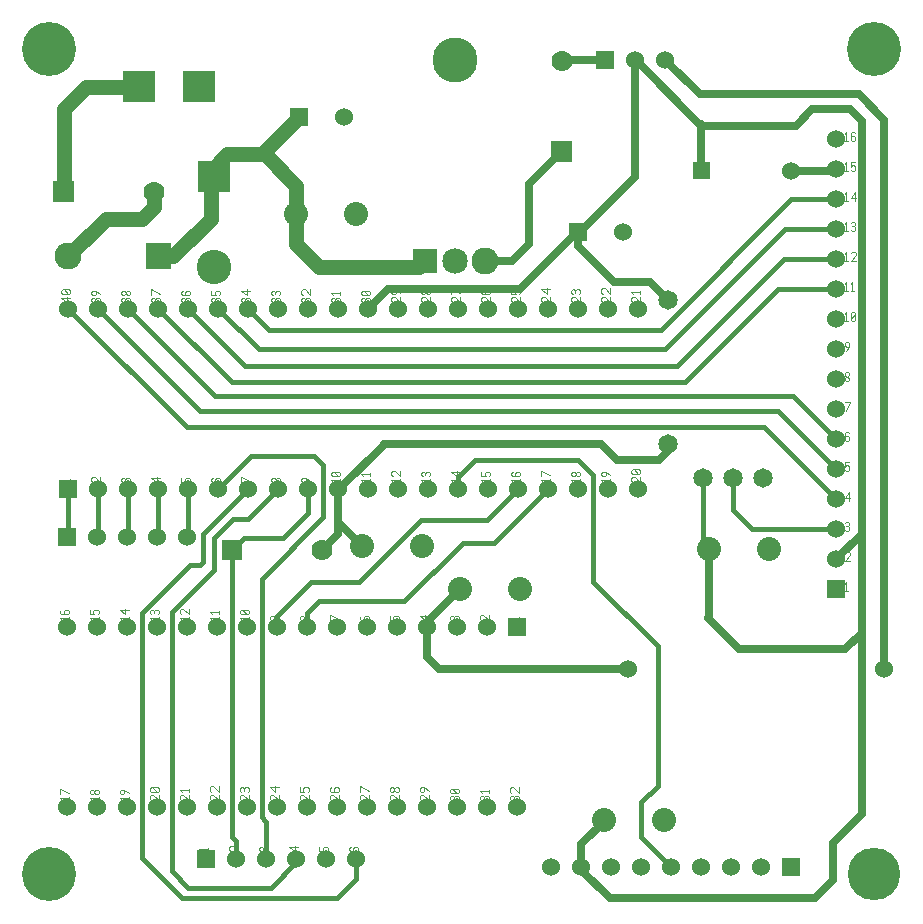
<source format=gbr>
G04 start of page 2 for group 0 idx 0 *
G04 Title: (unknown), top *
G04 Creator: pcb 20110918 *
G04 CreationDate: Sun 05 Oct 2014 03:57:46 PM GMT UTC *
G04 For: kyle *
G04 Format: Gerber/RS-274X *
G04 PCB-Dimensions: 300000 300000 *
G04 PCB-Coordinate-Origin: lower left *
%MOIN*%
%FSLAX25Y25*%
%LNTOP*%
%ADD34C,0.0780*%
%ADD33C,0.0400*%
%ADD32C,0.1300*%
%ADD31C,0.0300*%
%ADD30C,0.0380*%
%ADD29C,0.0280*%
%ADD28C,0.0350*%
%ADD27C,0.1450*%
%ADD26C,0.1750*%
%ADD25C,0.1800*%
%ADD24C,0.1150*%
%ADD23C,0.0700*%
%ADD22C,0.1500*%
%ADD21C,0.0850*%
%ADD20C,0.0800*%
%ADD19C,0.0650*%
%ADD18C,0.0900*%
%ADD17C,0.0001*%
%ADD16C,0.0030*%
%ADD15C,0.0600*%
%ADD14C,0.0150*%
%ADD13C,0.0100*%
%ADD12C,0.0250*%
%ADD11C,0.0500*%
G54D11*X47500Y240000D02*Y235000D01*
X43500Y231000D01*
X31500D01*
X19000Y218500D01*
X17500Y267500D02*Y240000D01*
X25000Y275000D02*X17500Y267500D01*
X42500Y275000D02*X25000D01*
X49000Y218500D02*X54000D01*
X66500Y231000D01*
Y244000D01*
X67500Y245000D01*
Y248000D01*
X72000Y252500D01*
X84500D01*
X95000Y242000D01*
X83500Y252500D02*X96000Y265000D01*
X95000Y222500D02*Y242000D01*
X135750Y214750D02*X138000Y217000D01*
X102750Y214750D02*X135750D01*
X95000Y222500D02*X102500Y215000D01*
G54D12*X198000Y284000D02*X184000D01*
X208000Y245000D02*X189500Y226500D01*
X208000Y284000D02*Y245000D01*
X189000Y226500D02*Y222000D01*
Y226500D02*X188500D01*
X184000Y284000D02*X183500Y283500D01*
X229500Y272500D02*X218000Y284000D01*
X208500Y283500D02*X230000Y262000D01*
X208000Y283500D02*X208500D01*
X230000Y257000D02*Y256500D01*
Y262500D02*Y247000D01*
G54D13*X274500D02*X275000Y247500D01*
G54D12*X260000Y247000D02*X274500D01*
G54D14*X275000Y237500D02*X260000D01*
X275000Y227500D02*X258000D01*
X275000Y217500D02*X257500D01*
X275000Y207500D02*X255500D01*
X260000Y237500D02*X216500Y194000D01*
X258000Y227500D02*X218000Y187500D01*
X257500Y217500D02*X222000Y182000D01*
X255500Y207500D02*X224500Y176500D01*
X275000Y157500D02*X260500Y172000D01*
X275000Y147500D02*X255500Y167000D01*
X275000Y137500D02*X251000Y161500D01*
G54D12*X291000Y81000D02*Y264000D01*
X283500Y263500D02*Y93000D01*
X277500Y87500D02*X242500D01*
X291000Y264000D02*X282500Y272500D01*
X229500D01*
X267000Y267500D02*X279500D01*
X283500Y263500D01*
X261500Y262000D02*X267000Y267500D01*
X230000Y262000D02*X261500D01*
G54D14*X240500Y144500D02*Y134000D01*
X247000Y127500D01*
X275000D01*
G54D12*X283500Y93000D02*X278000Y87500D01*
X283500Y126000D02*X275000Y117500D01*
G54D14*X230500Y123000D02*X232500Y121000D01*
X230500Y144500D02*Y123000D01*
G54D12*X232500Y98000D02*X232250Y97750D01*
X232500Y121000D02*Y98000D01*
X242500Y87500D02*X232500Y97500D01*
G54D14*X59000Y141000D02*Y125500D01*
X58500Y125000D01*
X49000Y141000D02*Y125500D01*
X48500Y125000D01*
X64000Y116500D02*Y126000D01*
X67500Y124500D02*Y114000D01*
X39000Y141000D02*Y125500D01*
X38500Y125000D01*
X29000Y141000D02*Y125500D01*
X28500Y125000D01*
X19000Y141000D02*Y125500D01*
X18500Y125000D01*
X80000Y152000D02*X69000Y141000D01*
X67500Y124500D02*X74000Y131000D01*
X79000D01*
X64000Y126000D02*X79000Y141000D01*
X73500Y120500D02*X77500Y124500D01*
X136500Y130500D02*X158500D01*
X169000Y141000D01*
X100000Y110000D02*X116000D01*
X136500Y130500D01*
X102500Y103500D02*X131000D01*
G54D12*X109000Y126000D02*X103500Y120500D01*
X109000Y132000D02*Y126000D01*
Y141000D02*Y130000D01*
G54D14*X131000Y103500D02*X150500Y123000D01*
G54D12*X138500Y85000D02*X142500Y81000D01*
X138500Y85000D02*Y96500D01*
X149500Y107500D01*
G54D14*X150500Y123000D02*X161000D01*
X179000Y141000D01*
X194000Y145500D02*Y110000D01*
X215500Y88500D01*
X88500Y95000D02*Y98500D01*
X100000Y110000D01*
X98500Y95000D02*Y99500D01*
X102500Y103500D01*
X83500Y111000D02*X104000Y131500D01*
X77500Y124500D02*X90500D01*
X99000Y133000D01*
X104000Y131500D02*Y149000D01*
X99000Y133000D02*Y141000D01*
X104000Y149000D02*X101000Y152000D01*
X80000D01*
X79000Y131000D02*X89000Y141000D01*
X85000Y17500D02*Y30000D01*
X83500Y31500D01*
X75000Y17500D02*Y23500D01*
X73500Y25000D01*
X95000Y17500D02*Y16500D01*
X86500Y8000D01*
X115000Y17500D02*Y11000D01*
X108500Y4500D01*
X59000Y8000D02*X53500Y13500D01*
X57000Y4500D02*X43500Y18000D01*
X83500Y31500D02*Y111000D01*
X73500Y25000D02*Y107500D01*
X53500Y13500D02*Y99000D01*
X43500Y18000D02*Y99500D01*
X59500Y115500D01*
X63000D01*
X64000Y116500D01*
X53500Y98500D02*Y100000D01*
X67500Y114000D01*
X73500Y107000D02*Y120500D01*
X86500Y8000D02*X59000D01*
X108500Y4500D02*X57000D01*
G54D12*X268000D02*X199500D01*
X274000Y10500D02*X268000Y4500D01*
G54D14*X210000Y25000D02*X220000Y15000D01*
G54D12*X190000Y22500D02*X197500Y30000D01*
X190000Y15000D02*Y22500D01*
Y15000D02*Y15500D01*
X199500Y4500D02*X190000Y14000D01*
X283500Y32500D02*X274250Y23250D01*
X283500Y93500D02*Y32500D01*
X274000Y23000D02*Y10500D01*
X142500Y81000D02*X205500D01*
G54D14*X215500Y88500D02*Y42000D01*
X210000Y36500D01*
Y25000D01*
G54D12*X167000Y217000D02*X172500Y222500D01*
Y242500D01*
X158000Y217000D02*X167000D01*
G54D14*X216500Y194000D02*X86000D01*
X218000Y187500D02*X82500D01*
X222000Y182000D02*X78000D01*
G54D12*X125500Y207500D02*X119000Y201000D01*
X169500Y207500D02*X125500D01*
X172500Y242500D02*X183500Y253500D01*
X213000Y210000D02*X219000Y204000D01*
X201000Y210000D02*X213000D01*
X189000Y222000D02*X201000Y210000D01*
X188500Y226500D02*X169500Y207500D01*
G54D14*X86000Y194000D02*X79000Y201000D01*
X82500Y187500D02*X69000Y201000D01*
X78000Y182000D02*X59000Y201000D01*
X73500Y176500D02*X49000Y201000D01*
X68000Y172000D02*X39000Y201000D01*
X63000Y167000D02*X29000Y201000D01*
X58500Y161500D02*X19000Y201000D01*
X224500Y176500D02*X73500D01*
X260500Y172000D02*X68000D01*
X255500Y167000D02*X63000D01*
X251000Y161500D02*X58500D01*
X149000Y141000D02*Y145000D01*
X154500Y150500D01*
G54D12*X117000Y122000D02*X109000Y130000D01*
X219000Y156000D02*Y153500D01*
X124500Y156000D02*X124250Y155750D01*
X196500Y156000D02*X124500D01*
X202000Y150500D02*X196500Y156000D01*
X219000Y153500D02*X216000Y150500D01*
G54D14*X154500D02*X189000D01*
X194000Y145500D01*
G54D13*X230000Y144000D02*X230500Y144500D01*
G54D12*X216000Y150500D02*X202000D01*
X124500Y156000D02*X109000Y140500D01*
G54D15*X149000Y141000D03*
G54D16*X147232Y143200D02*X146640Y143792D01*
X149600D01*
Y144310D02*Y143200D01*
X148490Y145198D02*X146640Y146678D01*
X148490Y147048D02*Y145198D01*
X146640Y146678D02*X149600D01*
G54D15*X159000Y141000D03*
G54D16*X157232Y143200D02*X156640Y143792D01*
X159600D01*
Y144310D02*Y143200D01*
X156640Y146678D02*Y145198D01*
X158120D01*
X157750Y145568D01*
Y146308D02*Y145568D01*
Y146308D02*X158120Y146678D01*
X159230D01*
X159600Y146308D02*X159230Y146678D01*
X159600Y146308D02*Y145568D01*
X159230Y145198D02*X159600Y145568D01*
G54D15*X169000Y141000D03*
G54D16*X167232Y143200D02*X166640Y143792D01*
X169600D01*
Y144310D02*Y143200D01*
X166640Y146308D02*X167010Y146678D01*
X166640Y146308D02*Y145568D01*
X167010Y145198D02*X166640Y145568D01*
X167010Y145198D02*X169230D01*
X169600Y145568D01*
X167972Y146308D02*X168342Y146678D01*
X167972Y146308D02*Y145198D01*
X169600Y146308D02*Y145568D01*
Y146308D02*X169230Y146678D01*
X168342D02*X169230D01*
G54D15*X179000Y141000D03*
G54D16*X177232Y143200D02*X176640Y143792D01*
X179600D01*
Y144310D02*Y143200D01*
Y145568D02*X176640Y147048D01*
Y145198D01*
G54D15*X199000Y141000D03*
G54D16*X197232Y143200D02*X196640Y143792D01*
X199600D01*
Y144310D02*Y143200D01*
Y145568D02*X198120Y146678D01*
X197010D02*X198120D01*
X196640Y146308D02*X197010Y146678D01*
X196640Y146308D02*Y145568D01*
X197010Y145198D02*X196640Y145568D01*
X197010Y145198D02*X197750D01*
X198120Y145568D01*
Y146678D02*Y145568D01*
G54D15*X209000Y141000D03*
G54D16*X207010Y143200D02*X206640Y143570D01*
Y144680D02*Y143570D01*
Y144680D02*X207010Y145050D01*
X207750D01*
X209600Y143200D02*X207750Y145050D01*
X209600D02*Y143200D01*
X209230Y145938D02*X209600Y146308D01*
X207010Y145938D02*X209230D01*
X207010D02*X206640Y146308D01*
Y147048D02*Y146308D01*
Y147048D02*X207010Y147418D01*
X209230D01*
X209600Y147048D02*X209230Y147418D01*
X209600Y147048D02*Y146308D01*
X208860Y145938D02*X207380Y147418D01*
G54D15*X209000Y201000D03*
G54D16*X207010Y203200D02*X206640Y203570D01*
Y204680D02*Y203570D01*
Y204680D02*X207010Y205050D01*
X207750D01*
X209600Y203200D02*X207750Y205050D01*
X209600D02*Y203200D01*
X207232Y205938D02*X206640Y206530D01*
X209600D01*
Y207048D02*Y205938D01*
G54D15*X199000Y201000D03*
G54D16*X197010Y203200D02*X196640Y203570D01*
Y204680D02*Y203570D01*
Y204680D02*X197010Y205050D01*
X197750D01*
X199600Y203200D02*X197750Y205050D01*
X199600D02*Y203200D01*
X197010Y205938D02*X196640Y206308D01*
Y207418D02*Y206308D01*
Y207418D02*X197010Y207788D01*
X197750D01*
X199600Y205938D02*X197750Y207788D01*
X199600D02*Y205938D01*
G54D15*X189000Y201000D03*
G54D16*X187010Y203200D02*X186640Y203570D01*
Y204680D02*Y203570D01*
Y204680D02*X187010Y205050D01*
X187750D01*
X189600Y203200D02*X187750Y205050D01*
X189600D02*Y203200D01*
X187010Y205938D02*X186640Y206308D01*
Y207048D02*Y206308D01*
Y207048D02*X187010Y207418D01*
X189600Y207048D02*X189230Y207418D01*
X189600Y207048D02*Y206308D01*
X189230Y205938D02*X189600Y206308D01*
X187972Y207048D02*Y206308D01*
X187010Y207418D02*X187602D01*
X188342D02*X189230D01*
X188342D02*X187972Y207048D01*
X187602Y207418D02*X187972Y207048D01*
G54D15*X179000Y201000D03*
G54D16*X177010Y203200D02*X176640Y203570D01*
Y204680D02*Y203570D01*
Y204680D02*X177010Y205050D01*
X177750D01*
X179600Y203200D02*X177750Y205050D01*
X179600D02*Y203200D01*
X178490Y205938D02*X176640Y207418D01*
X178490Y207788D02*Y205938D01*
X176640Y207418D02*X179600D01*
G54D15*X169000Y201000D03*
G54D16*X167010Y203200D02*X166640Y203570D01*
Y204680D02*Y203570D01*
Y204680D02*X167010Y205050D01*
X167750D01*
X169600Y203200D02*X167750Y205050D01*
X169600D02*Y203200D01*
X166640Y207418D02*Y205938D01*
X168120D01*
X167750Y206308D01*
Y207048D02*Y206308D01*
Y207048D02*X168120Y207418D01*
X169230D01*
X169600Y207048D02*X169230Y207418D01*
X169600Y207048D02*Y206308D01*
X169230Y205938D02*X169600Y206308D01*
G54D15*X159000Y201000D03*
G54D16*X157010Y203200D02*X156640Y203570D01*
Y204680D02*Y203570D01*
Y204680D02*X157010Y205050D01*
X157750D01*
X159600Y203200D02*X157750Y205050D01*
X159600D02*Y203200D01*
X156640Y207048D02*X157010Y207418D01*
X156640Y207048D02*Y206308D01*
X157010Y205938D02*X156640Y206308D01*
X157010Y205938D02*X159230D01*
X159600Y206308D01*
X157972Y207048D02*X158342Y207418D01*
X157972Y207048D02*Y205938D01*
X159600Y207048D02*Y206308D01*
Y207048D02*X159230Y207418D01*
X158342D02*X159230D01*
G54D15*X149000Y201000D03*
G54D16*X147010Y203200D02*X146640Y203570D01*
Y204680D02*Y203570D01*
Y204680D02*X147010Y205050D01*
X147750D01*
X149600Y203200D02*X147750Y205050D01*
X149600D02*Y203200D01*
Y206308D02*X146640Y207788D01*
Y205938D01*
G54D15*X139000Y201000D03*
G54D16*X137010Y203200D02*X136640Y203570D01*
Y204680D02*Y203570D01*
Y204680D02*X137010Y205050D01*
X137750D01*
X139600Y203200D02*X137750Y205050D01*
X139600D02*Y203200D01*
X139230Y205938D02*X139600Y206308D01*
X138638Y205938D02*X139230D01*
X138638D02*X138120Y206456D01*
Y206900D02*Y206456D01*
Y206900D02*X138638Y207418D01*
X139230D01*
X139600Y207048D02*X139230Y207418D01*
X139600Y207048D02*Y206308D01*
X137602Y205938D02*X138120Y206456D01*
X137010Y205938D02*X137602D01*
X137010D02*X136640Y206308D01*
Y207048D02*Y206308D01*
Y207048D02*X137010Y207418D01*
X137602D01*
X138120Y206900D02*X137602Y207418D01*
G54D17*G36*
X134000Y221000D02*Y213000D01*
X142000D01*
Y221000D01*
X134000D01*
G37*
G54D18*X158000Y217000D03*
G54D15*X189000Y141000D03*
G54D16*X187232Y143200D02*X186640Y143792D01*
X189600D01*
Y144310D02*Y143200D01*
X189230Y145198D02*X189600Y145568D01*
X188638Y145198D02*X189230D01*
X188638D02*X188120Y145716D01*
Y146160D02*Y145716D01*
Y146160D02*X188638Y146678D01*
X189230D01*
X189600Y146308D02*X189230Y146678D01*
X189600Y146308D02*Y145568D01*
X187602Y145198D02*X188120Y145716D01*
X187010Y145198D02*X187602D01*
X187010D02*X186640Y145568D01*
Y146308D02*Y145568D01*
Y146308D02*X187010Y146678D01*
X187602D01*
X188120Y146160D02*X187602Y146678D01*
G54D19*X250500Y144500D03*
X240500D03*
X230500D03*
G54D17*G36*
X272000Y110500D02*Y104500D01*
X278000D01*
Y110500D01*
X272000D01*
G37*
G54D16*X277700Y109268D02*X278292Y109860D01*
Y106900D01*
X277700D02*X278810D01*
G54D20*X169500Y107500D03*
X149500D03*
G54D15*X275000Y117500D03*
G54D16*X277700Y119490D02*X278070Y119860D01*
X279180D01*
X279550Y119490D01*
Y118750D01*
X277700Y116900D02*X279550Y118750D01*
X277700Y116900D02*X279550D01*
G54D15*X275000Y127500D03*
G54D16*X277700Y129490D02*X278070Y129860D01*
X278810D01*
X279180Y129490D01*
X278810Y126900D02*X279180Y127270D01*
X278070Y126900D02*X278810D01*
X277700Y127270D02*X278070Y126900D01*
Y128528D02*X278810D01*
X279180Y129490D02*Y128898D01*
Y128158D02*Y127270D01*
Y128158D02*X278810Y128528D01*
X279180Y128898D02*X278810Y128528D01*
G54D15*X275000Y137500D03*
G54D16*X277700Y138010D02*X279180Y139860D01*
X277700Y138010D02*X279550D01*
X279180Y139860D02*Y136900D01*
G54D15*X275000Y147500D03*
G54D16*X277700Y149860D02*X279180D01*
X277700D02*Y148380D01*
X278070Y148750D01*
X278810D01*
X279180Y148380D01*
Y147270D01*
X278810Y146900D02*X279180Y147270D01*
X278070Y146900D02*X278810D01*
X277700Y147270D02*X278070Y146900D01*
G54D20*X252500Y121000D03*
X232500D03*
G54D15*X275000Y157500D03*
G54D16*X278810Y159860D02*X279180Y159490D01*
X278070Y159860D02*X278810D01*
X277700Y159490D02*X278070Y159860D01*
X277700Y159490D02*Y157270D01*
X278070Y156900D01*
X278810Y158528D02*X279180Y158158D01*
X277700Y158528D02*X278810D01*
X278070Y156900D02*X278810D01*
X279180Y157270D01*
Y158158D02*Y157270D01*
G54D15*X275000Y167500D03*
G54D16*X278070Y166900D02*X279550Y169860D01*
X277700D02*X279550D01*
G54D15*X275000Y177500D03*
G54D16*X277700Y177270D02*X278070Y176900D01*
X277700Y177862D02*Y177270D01*
Y177862D02*X278218Y178380D01*
X278662D01*
X279180Y177862D01*
Y177270D01*
X278810Y176900D02*X279180Y177270D01*
X278070Y176900D02*X278810D01*
X277700Y178898D02*X278218Y178380D01*
X277700Y179490D02*Y178898D01*
Y179490D02*X278070Y179860D01*
X278810D01*
X279180Y179490D01*
Y178898D01*
X278662Y178380D02*X279180Y178898D01*
G54D15*X275000Y187500D03*
G54D16*X278070Y186900D02*X279180Y188380D01*
Y189490D02*Y188380D01*
X278810Y189860D02*X279180Y189490D01*
X278070Y189860D02*X278810D01*
X277700Y189490D02*X278070Y189860D01*
X277700Y189490D02*Y188750D01*
X278070Y188380D01*
X279180D01*
G54D15*X275000Y197500D03*
G54D16*X277700Y199268D02*X278292Y199860D01*
Y196900D01*
X277700D02*X278810D01*
X279698Y197270D02*X280068Y196900D01*
X279698Y199490D02*Y197270D01*
Y199490D02*X280068Y199860D01*
X280808D01*
X281178Y199490D01*
Y197270D01*
X280808Y196900D02*X281178Y197270D01*
X280068Y196900D02*X280808D01*
X279698Y197640D02*X281178Y199120D01*
G54D15*X275000Y207500D03*
G54D16*X277700Y209268D02*X278292Y209860D01*
Y206900D01*
X277700D02*X278810D01*
X279698Y209268D02*X280290Y209860D01*
Y206900D01*
X279698D02*X280808D01*
G54D15*X275000Y217500D03*
G54D16*X277700Y219268D02*X278292Y219860D01*
Y216900D01*
X277700D02*X278810D01*
X279698Y219490D02*X280068Y219860D01*
X281178D01*
X281548Y219490D01*
Y218750D01*
X279698Y216900D02*X281548Y218750D01*
X279698Y216900D02*X281548D01*
G54D15*X275000Y227500D03*
G54D16*X277700Y229268D02*X278292Y229860D01*
Y226900D01*
X277700D02*X278810D01*
X279698Y229490D02*X280068Y229860D01*
X280808D01*
X281178Y229490D01*
X280808Y226900D02*X281178Y227270D01*
X280068Y226900D02*X280808D01*
X279698Y227270D02*X280068Y226900D01*
Y228528D02*X280808D01*
X281178Y229490D02*Y228898D01*
Y228158D02*Y227270D01*
Y228158D02*X280808Y228528D01*
X281178Y228898D02*X280808Y228528D01*
G54D15*X275000Y237500D03*
G54D16*X277700Y239268D02*X278292Y239860D01*
Y236900D01*
X277700D02*X278810D01*
X279698Y238010D02*X281178Y239860D01*
X279698Y238010D02*X281548D01*
X281178Y239860D02*Y236900D01*
G54D15*X275000Y247500D03*
G54D16*X277700Y249268D02*X278292Y249860D01*
Y246900D01*
X277700D02*X278810D01*
X279698Y249860D02*X281178D01*
X279698D02*Y248380D01*
X280068Y248750D01*
X280808D01*
X281178Y248380D01*
Y247270D01*
X280808Y246900D02*X281178Y247270D01*
X280068Y246900D02*X280808D01*
X279698Y247270D02*X280068Y246900D01*
G54D15*X275000Y257500D03*
G54D16*X277700Y259268D02*X278292Y259860D01*
Y256900D01*
X277700D02*X278810D01*
X280808Y259860D02*X281178Y259490D01*
X280068Y259860D02*X280808D01*
X279698Y259490D02*X280068Y259860D01*
X279698Y259490D02*Y257270D01*
X280068Y256900D01*
X280808Y258528D02*X281178Y258158D01*
X279698Y258528D02*X280808D01*
X280068Y256900D02*X280808D01*
X281178Y257270D01*
Y258158D02*Y257270D01*
G54D17*G36*
X227250Y249750D02*Y244250D01*
X232750D01*
Y249750D01*
X227250D01*
G37*
G36*
X186000Y229500D02*Y223500D01*
X192000D01*
Y229500D01*
X186000D01*
G37*
G54D15*X204000Y226500D03*
X260000Y247000D03*
G54D21*X148000Y217000D03*
G54D22*Y284000D03*
G54D17*G36*
X180000Y257000D02*Y250000D01*
X187000D01*
Y257000D01*
X180000D01*
G37*
G54D23*X183500Y283500D03*
G54D17*G36*
X195000Y287000D02*Y281000D01*
X201000D01*
Y287000D01*
X195000D01*
G37*
G54D15*X208000Y284000D03*
X218000D03*
X99000Y141000D03*
G54D16*X99600Y143570D02*X98120Y144680D01*
X97010D02*X98120D01*
X96640Y144310D02*X97010Y144680D01*
X96640Y144310D02*Y143570D01*
X97010Y143200D02*X96640Y143570D01*
X97010Y143200D02*X97750D01*
X98120Y143570D01*
Y144680D02*Y143570D01*
G54D15*X109000Y141000D03*
G54D16*X107232Y143200D02*X106640Y143792D01*
X109600D01*
Y144310D02*Y143200D01*
X109230Y145198D02*X109600Y145568D01*
X107010Y145198D02*X109230D01*
X107010D02*X106640Y145568D01*
Y146308D02*Y145568D01*
Y146308D02*X107010Y146678D01*
X109230D01*
X109600Y146308D02*X109230Y146678D01*
X109600Y146308D02*Y145568D01*
X108860Y145198D02*X107380Y146678D01*
G54D15*X119000Y141000D03*
G54D16*X117232Y143200D02*X116640Y143792D01*
X119600D01*
Y144310D02*Y143200D01*
X117232Y145198D02*X116640Y145790D01*
X119600D01*
Y146308D02*Y145198D01*
G54D15*X129000Y141000D03*
G54D16*X127232Y143200D02*X126640Y143792D01*
X129600D01*
Y144310D02*Y143200D01*
X127010Y145198D02*X126640Y145568D01*
Y146678D02*Y145568D01*
Y146678D02*X127010Y147048D01*
X127750D01*
X129600Y145198D02*X127750Y147048D01*
X129600D02*Y145198D01*
G54D15*X139000Y141000D03*
G54D16*X137232Y143200D02*X136640Y143792D01*
X139600D01*
Y144310D02*Y143200D01*
X137010Y145198D02*X136640Y145568D01*
Y146308D02*Y145568D01*
Y146308D02*X137010Y146678D01*
X139600Y146308D02*X139230Y146678D01*
X139600Y146308D02*Y145568D01*
X139230Y145198D02*X139600Y145568D01*
X137972Y146308D02*Y145568D01*
X137010Y146678D02*X137602D01*
X138342D02*X139230D01*
X138342D02*X137972Y146308D01*
X137602Y146678D02*X137972Y146308D01*
G54D20*X137000Y122000D03*
X117000D03*
G54D15*X49000Y141000D03*
G54D16*X48490Y143200D02*X46640Y144680D01*
X48490Y145050D02*Y143200D01*
X46640Y144680D02*X49600D01*
G54D15*X59000Y141000D03*
G54D16*X56640Y144680D02*Y143200D01*
X58120D01*
X57750Y143570D01*
Y144310D02*Y143570D01*
Y144310D02*X58120Y144680D01*
X59230D01*
X59600Y144310D02*X59230Y144680D01*
X59600Y144310D02*Y143570D01*
X59230Y143200D02*X59600Y143570D01*
G54D15*X69000Y141000D03*
G54D16*X66640Y144310D02*X67010Y144680D01*
X66640Y144310D02*Y143570D01*
X67010Y143200D02*X66640Y143570D01*
X67010Y143200D02*X69230D01*
X69600Y143570D01*
X67972Y144310D02*X68342Y144680D01*
X67972Y144310D02*Y143200D01*
X69600Y144310D02*Y143570D01*
Y144310D02*X69230Y144680D01*
X68342D02*X69230D01*
G54D15*X79000Y141000D03*
G54D16*X79600Y143570D02*X76640Y145050D01*
Y143200D01*
G54D17*G36*
X16000Y144000D02*Y138000D01*
X22000D01*
Y144000D01*
X16000D01*
G37*
G54D16*X17232Y143200D02*X16640Y143792D01*
X19600D01*
Y144310D02*Y143200D01*
G54D15*X29000Y141000D03*
G54D16*X27010Y143200D02*X26640Y143570D01*
Y144680D02*Y143570D01*
Y144680D02*X27010Y145050D01*
X27750D01*
X29600Y143200D02*X27750Y145050D01*
X29600D02*Y143200D01*
G54D15*X39000Y141000D03*
G54D16*X37010Y143200D02*X36640Y143570D01*
Y144310D02*Y143570D01*
Y144310D02*X37010Y144680D01*
X39600Y144310D02*X39230Y144680D01*
X39600Y144310D02*Y143570D01*
X39230Y143200D02*X39600Y143570D01*
X37972Y144310D02*Y143570D01*
X37010Y144680D02*X37602D01*
X38342D02*X39230D01*
X38342D02*X37972Y144310D01*
X37602Y144680D02*X37972Y144310D01*
G54D15*X89000Y141000D03*
G54D16*X89230Y143200D02*X89600Y143570D01*
X88638Y143200D02*X89230D01*
X88638D02*X88120Y143718D01*
Y144162D02*Y143718D01*
Y144162D02*X88638Y144680D01*
X89230D01*
X89600Y144310D02*X89230Y144680D01*
X89600Y144310D02*Y143570D01*
X87602Y143200D02*X88120Y143718D01*
X87010Y143200D02*X87602D01*
X87010D02*X86640Y143570D01*
Y144310D02*Y143570D01*
Y144310D02*X87010Y144680D01*
X87602D01*
X88120Y144162D02*X87602Y144680D01*
G54D17*G36*
X70250Y123750D02*Y117250D01*
X76750D01*
Y123750D01*
X70250D01*
G37*
G54D23*X103500Y120500D03*
G54D17*G36*
X15500Y128000D02*Y122000D01*
X21500D01*
Y128000D01*
X15500D01*
G37*
G54D15*X28500Y125000D03*
X38500D03*
X48500D03*
X58500D03*
X129000Y201000D03*
G54D16*X127010Y203200D02*X126640Y203570D01*
Y204680D02*Y203570D01*
Y204680D02*X127010Y205050D01*
X127750D01*
X129600Y203200D02*X127750Y205050D01*
X129600D02*Y203200D01*
Y206308D02*X128120Y207418D01*
X127010D02*X128120D01*
X126640Y207048D02*X127010Y207418D01*
X126640Y207048D02*Y206308D01*
X127010Y205938D02*X126640Y206308D01*
X127010Y205938D02*X127750D01*
X128120Y206308D01*
Y207418D02*Y206308D01*
G54D15*X119000Y201000D03*
G54D16*X117010Y203200D02*X116640Y203570D01*
Y204310D02*Y203570D01*
Y204310D02*X117010Y204680D01*
X119600Y204310D02*X119230Y204680D01*
X119600Y204310D02*Y203570D01*
X119230Y203200D02*X119600Y203570D01*
X117972Y204310D02*Y203570D01*
X117010Y204680D02*X117602D01*
X118342D02*X119230D01*
X118342D02*X117972Y204310D01*
X117602Y204680D02*X117972Y204310D01*
X119230Y205568D02*X119600Y205938D01*
X117010Y205568D02*X119230D01*
X117010D02*X116640Y205938D01*
Y206678D02*Y205938D01*
Y206678D02*X117010Y207048D01*
X119230D01*
X119600Y206678D02*X119230Y207048D01*
X119600Y206678D02*Y205938D01*
X118860Y205568D02*X117380Y207048D01*
G54D15*X109000Y201000D03*
G54D16*X107010Y203200D02*X106640Y203570D01*
Y204310D02*Y203570D01*
Y204310D02*X107010Y204680D01*
X109600Y204310D02*X109230Y204680D01*
X109600Y204310D02*Y203570D01*
X109230Y203200D02*X109600Y203570D01*
X107972Y204310D02*Y203570D01*
X107010Y204680D02*X107602D01*
X108342D02*X109230D01*
X108342D02*X107972Y204310D01*
X107602Y204680D02*X107972Y204310D01*
X107232Y205568D02*X106640Y206160D01*
X109600D01*
Y206678D02*Y205568D01*
G54D15*X99000Y201000D03*
G54D16*X97010Y203200D02*X96640Y203570D01*
Y204310D02*Y203570D01*
Y204310D02*X97010Y204680D01*
X99600Y204310D02*X99230Y204680D01*
X99600Y204310D02*Y203570D01*
X99230Y203200D02*X99600Y203570D01*
X97972Y204310D02*Y203570D01*
X97010Y204680D02*X97602D01*
X98342D02*X99230D01*
X98342D02*X97972Y204310D01*
X97602Y204680D02*X97972Y204310D01*
X97010Y205568D02*X96640Y205938D01*
Y207048D02*Y205938D01*
Y207048D02*X97010Y207418D01*
X97750D01*
X99600Y205568D02*X97750Y207418D01*
X99600D02*Y205568D01*
G54D17*G36*
X93000Y268000D02*Y262000D01*
X99000D01*
Y268000D01*
X93000D01*
G37*
G54D15*X111000Y265000D03*
G54D20*X115000Y232500D03*
X95000D03*
G54D15*X89000Y201000D03*
G54D16*X87010Y203200D02*X86640Y203570D01*
Y204310D02*Y203570D01*
Y204310D02*X87010Y204680D01*
X89600Y204310D02*X89230Y204680D01*
X89600Y204310D02*Y203570D01*
X89230Y203200D02*X89600Y203570D01*
X87972Y204310D02*Y203570D01*
X87010Y204680D02*X87602D01*
X88342D02*X89230D01*
X88342D02*X87972Y204310D01*
X87602Y204680D02*X87972Y204310D01*
X87010Y205568D02*X86640Y205938D01*
Y206678D02*Y205938D01*
Y206678D02*X87010Y207048D01*
X89600Y206678D02*X89230Y207048D01*
X89600Y206678D02*Y205938D01*
X89230Y205568D02*X89600Y205938D01*
X87972Y206678D02*Y205938D01*
X87010Y207048D02*X87602D01*
X88342D02*X89230D01*
X88342D02*X87972Y206678D01*
X87602Y207048D02*X87972Y206678D01*
G54D15*X79000Y201000D03*
G54D16*X77010Y203200D02*X76640Y203570D01*
Y204310D02*Y203570D01*
Y204310D02*X77010Y204680D01*
X79600Y204310D02*X79230Y204680D01*
X79600Y204310D02*Y203570D01*
X79230Y203200D02*X79600Y203570D01*
X77972Y204310D02*Y203570D01*
X77010Y204680D02*X77602D01*
X78342D02*X79230D01*
X78342D02*X77972Y204310D01*
X77602Y204680D02*X77972Y204310D01*
X78490Y205568D02*X76640Y207048D01*
X78490Y207418D02*Y205568D01*
X76640Y207048D02*X79600D01*
G54D15*X69000Y201000D03*
G54D16*X67010Y203200D02*X66640Y203570D01*
Y204310D02*Y203570D01*
Y204310D02*X67010Y204680D01*
X69600Y204310D02*X69230Y204680D01*
X69600Y204310D02*Y203570D01*
X69230Y203200D02*X69600Y203570D01*
X67972Y204310D02*Y203570D01*
X67010Y204680D02*X67602D01*
X68342D02*X69230D01*
X68342D02*X67972Y204310D01*
X67602Y204680D02*X67972Y204310D01*
X66640Y207048D02*Y205568D01*
X68120D01*
X67750Y205938D01*
Y206678D02*Y205938D01*
Y206678D02*X68120Y207048D01*
X69230D01*
X69600Y206678D02*X69230Y207048D01*
X69600Y206678D02*Y205938D01*
X69230Y205568D02*X69600Y205938D01*
G54D15*X59000Y201000D03*
G54D16*X57010Y203200D02*X56640Y203570D01*
Y204310D02*Y203570D01*
Y204310D02*X57010Y204680D01*
X59600Y204310D02*X59230Y204680D01*
X59600Y204310D02*Y203570D01*
X59230Y203200D02*X59600Y203570D01*
X57972Y204310D02*Y203570D01*
X57010Y204680D02*X57602D01*
X58342D02*X59230D01*
X58342D02*X57972Y204310D01*
X57602Y204680D02*X57972Y204310D01*
X56640Y206678D02*X57010Y207048D01*
X56640Y206678D02*Y205938D01*
X57010Y205568D02*X56640Y205938D01*
X57010Y205568D02*X59230D01*
X59600Y205938D01*
X57972Y206678D02*X58342Y207048D01*
X57972Y206678D02*Y205568D01*
X59600Y206678D02*Y205938D01*
Y206678D02*X59230Y207048D01*
X58342D02*X59230D01*
G54D15*X49000Y201000D03*
G54D16*X47010Y203200D02*X46640Y203570D01*
Y204310D02*Y203570D01*
Y204310D02*X47010Y204680D01*
X49600Y204310D02*X49230Y204680D01*
X49600Y204310D02*Y203570D01*
X49230Y203200D02*X49600Y203570D01*
X47972Y204310D02*Y203570D01*
X47010Y204680D02*X47602D01*
X48342D02*X49230D01*
X48342D02*X47972Y204310D01*
X47602Y204680D02*X47972Y204310D01*
X49600Y205938D02*X46640Y207418D01*
Y205568D01*
G54D23*X47500Y240000D03*
G54D17*G36*
X44750Y222750D02*Y214250D01*
X53250D01*
Y222750D01*
X44750D01*
G37*
G36*
X62250Y250250D02*Y239750D01*
X72750D01*
Y250250D01*
X62250D01*
G37*
G54D24*X67500Y215000D03*
G54D17*G36*
X57250Y280250D02*Y269750D01*
X67750D01*
Y280250D01*
X57250D01*
G37*
G54D15*X39000Y201000D03*
G54D16*X37010Y203200D02*X36640Y203570D01*
Y204310D02*Y203570D01*
Y204310D02*X37010Y204680D01*
X39600Y204310D02*X39230Y204680D01*
X39600Y204310D02*Y203570D01*
X39230Y203200D02*X39600Y203570D01*
X37972Y204310D02*Y203570D01*
X37010Y204680D02*X37602D01*
X38342D02*X39230D01*
X38342D02*X37972Y204310D01*
X37602Y204680D02*X37972Y204310D01*
X39230Y205568D02*X39600Y205938D01*
X38638Y205568D02*X39230D01*
X38638D02*X38120Y206086D01*
Y206530D02*Y206086D01*
Y206530D02*X38638Y207048D01*
X39230D01*
X39600Y206678D02*X39230Y207048D01*
X39600Y206678D02*Y205938D01*
X37602Y205568D02*X38120Y206086D01*
X37010Y205568D02*X37602D01*
X37010D02*X36640Y205938D01*
Y206678D02*Y205938D01*
Y206678D02*X37010Y207048D01*
X37602D01*
X38120Y206530D02*X37602Y207048D01*
G54D17*G36*
X37250Y280250D02*Y269750D01*
X47750D01*
Y280250D01*
X37250D01*
G37*
G54D15*X29000Y201000D03*
G54D16*X27010Y203200D02*X26640Y203570D01*
Y204310D02*Y203570D01*
Y204310D02*X27010Y204680D01*
X29600Y204310D02*X29230Y204680D01*
X29600Y204310D02*Y203570D01*
X29230Y203200D02*X29600Y203570D01*
X27972Y204310D02*Y203570D01*
X27010Y204680D02*X27602D01*
X28342D02*X29230D01*
X28342D02*X27972Y204310D01*
X27602Y204680D02*X27972Y204310D01*
X29600Y205938D02*X28120Y207048D01*
X27010D02*X28120D01*
X26640Y206678D02*X27010Y207048D01*
X26640Y206678D02*Y205938D01*
X27010Y205568D02*X26640Y205938D01*
X27010Y205568D02*X27750D01*
X28120Y205938D01*
Y207048D02*Y205938D01*
G54D15*X19000Y201000D03*
G54D16*X18490Y203200D02*X16640Y204680D01*
X18490Y205050D02*Y203200D01*
X16640Y204680D02*X19600D01*
X19230Y205938D02*X19600Y206308D01*
X17010Y205938D02*X19230D01*
X17010D02*X16640Y206308D01*
Y207048D02*Y206308D01*
Y207048D02*X17010Y207418D01*
X19230D01*
X19600Y207048D02*X19230Y207418D01*
X19600Y207048D02*Y206308D01*
X18860Y205938D02*X17380Y207418D01*
G54D17*G36*
X14000Y243500D02*Y236500D01*
X21000D01*
Y243500D01*
X14000D01*
G37*
G54D18*X19000Y218500D03*
G54D17*G36*
X257000Y18000D02*Y12000D01*
X263000D01*
Y18000D01*
X257000D01*
G37*
G54D15*X250000Y15000D03*
X240000D03*
X230000D03*
X220000D03*
X210000D03*
X200000D03*
X190000D03*
X180000D03*
G54D17*G36*
X62000Y20500D02*Y14500D01*
X68000D01*
Y20500D01*
X62000D01*
G37*
G54D16*X63232Y20200D02*X62640Y20792D01*
X65600D01*
Y21310D02*Y20200D01*
G54D15*X75000Y17500D03*
G54D16*X73010Y20200D02*X72640Y20570D01*
Y21680D02*Y20570D01*
Y21680D02*X73010Y22050D01*
X73750D01*
X75600Y20200D02*X73750Y22050D01*
X75600D02*Y20200D01*
G54D15*X85000Y17500D03*
G54D16*X83010Y20200D02*X82640Y20570D01*
Y21310D02*Y20570D01*
Y21310D02*X83010Y21680D01*
X85600Y21310D02*X85230Y21680D01*
X85600Y21310D02*Y20570D01*
X85230Y20200D02*X85600Y20570D01*
X83972Y21310D02*Y20570D01*
X83010Y21680D02*X83602D01*
X84342D02*X85230D01*
X84342D02*X83972Y21310D01*
X83602Y21680D02*X83972Y21310D01*
G54D15*X95000Y17500D03*
G54D16*X94490Y20200D02*X92640Y21680D01*
X94490Y22050D02*Y20200D01*
X92640Y21680D02*X95600D01*
G54D15*X105000Y17500D03*
G54D16*X102640Y21680D02*Y20200D01*
X104120D01*
X103750Y20570D01*
Y21310D02*Y20570D01*
Y21310D02*X104120Y21680D01*
X105230D01*
X105600Y21310D02*X105230Y21680D01*
X105600Y21310D02*Y20570D01*
X105230Y20200D02*X105600Y20570D01*
G54D15*X115000Y17500D03*
G54D16*X112640Y21310D02*X113010Y21680D01*
X112640Y21310D02*Y20570D01*
X113010Y20200D02*X112640Y20570D01*
X113010Y20200D02*X115230D01*
X115600Y20570D01*
X113972Y21310D02*X114342Y21680D01*
X113972Y21310D02*Y20200D01*
X115600Y21310D02*Y20570D01*
Y21310D02*X115230Y21680D01*
X114342D02*X115230D01*
G54D17*G36*
X165500Y98000D02*Y92000D01*
X171500D01*
Y98000D01*
X165500D01*
G37*
G54D16*X166732Y97200D02*X166140Y97792D01*
X169100D01*
Y98310D02*Y97200D01*
G54D15*X158500Y95000D03*
G54D16*X156510Y97200D02*X156140Y97570D01*
Y98680D02*Y97570D01*
Y98680D02*X156510Y99050D01*
X157250D01*
X159100Y97200D02*X157250Y99050D01*
X159100D02*Y97200D01*
G54D15*X148500Y95000D03*
G54D16*X146510Y97200D02*X146140Y97570D01*
Y98310D02*Y97570D01*
Y98310D02*X146510Y98680D01*
X149100Y98310D02*X148730Y98680D01*
X149100Y98310D02*Y97570D01*
X148730Y97200D02*X149100Y97570D01*
X147472Y98310D02*Y97570D01*
X146510Y98680D02*X147102D01*
X147842D02*X148730D01*
X147842D02*X147472Y98310D01*
X147102Y98680D02*X147472Y98310D01*
G54D15*X138500Y95000D03*
G54D16*X137990Y97200D02*X136140Y98680D01*
X137990Y99050D02*Y97200D01*
X136140Y98680D02*X139100D01*
G54D15*X128500Y95000D03*
G54D16*X126140Y98680D02*Y97200D01*
X127620D01*
X127250Y97570D01*
Y98310D02*Y97570D01*
Y98310D02*X127620Y98680D01*
X128730D01*
X129100Y98310D02*X128730Y98680D01*
X129100Y98310D02*Y97570D01*
X128730Y97200D02*X129100Y97570D01*
G54D15*X118500Y95000D03*
G54D16*X116140Y98310D02*X116510Y98680D01*
X116140Y98310D02*Y97570D01*
X116510Y97200D02*X116140Y97570D01*
X116510Y97200D02*X118730D01*
X119100Y97570D01*
X117472Y98310D02*X117842Y98680D01*
X117472Y98310D02*Y97200D01*
X119100Y98310D02*Y97570D01*
Y98310D02*X118730Y98680D01*
X117842D02*X118730D01*
G54D15*X108500Y95000D03*
G54D16*X109100Y97570D02*X106140Y99050D01*
Y97200D01*
G54D15*X98500Y95000D03*
G54D16*X98730Y97200D02*X99100Y97570D01*
X98138Y97200D02*X98730D01*
X98138D02*X97620Y97718D01*
Y98162D02*Y97718D01*
Y98162D02*X98138Y98680D01*
X98730D01*
X99100Y98310D02*X98730Y98680D01*
X99100Y98310D02*Y97570D01*
X97102Y97200D02*X97620Y97718D01*
X96510Y97200D02*X97102D01*
X96510D02*X96140Y97570D01*
Y98310D02*Y97570D01*
Y98310D02*X96510Y98680D01*
X97102D01*
X97620Y98162D02*X97102Y98680D01*
G54D15*X88500Y95000D03*
G54D16*X89100Y97570D02*X87620Y98680D01*
X86510D02*X87620D01*
X86140Y98310D02*X86510Y98680D01*
X86140Y98310D02*Y97570D01*
X86510Y97200D02*X86140Y97570D01*
X86510Y97200D02*X87250D01*
X87620Y97570D01*
Y98680D02*Y97570D01*
G54D15*X78500Y95000D03*
G54D16*X76732Y97200D02*X76140Y97792D01*
X79100D01*
Y98310D02*Y97200D01*
X78730Y99198D02*X79100Y99568D01*
X76510Y99198D02*X78730D01*
X76510D02*X76140Y99568D01*
Y100308D02*Y99568D01*
Y100308D02*X76510Y100678D01*
X78730D01*
X79100Y100308D02*X78730Y100678D01*
X79100Y100308D02*Y99568D01*
X78360Y99198D02*X76880Y100678D01*
G54D15*X68500Y95000D03*
G54D16*X66732Y97200D02*X66140Y97792D01*
X69100D01*
Y98310D02*Y97200D01*
X66732Y99198D02*X66140Y99790D01*
X69100D01*
Y100308D02*Y99198D01*
G54D15*X58500Y95000D03*
G54D16*X56732Y97200D02*X56140Y97792D01*
X59100D01*
Y98310D02*Y97200D01*
X56510Y99198D02*X56140Y99568D01*
Y100678D02*Y99568D01*
Y100678D02*X56510Y101048D01*
X57250D01*
X59100Y99198D02*X57250Y101048D01*
X59100D02*Y99198D01*
G54D15*X48500Y95000D03*
G54D16*X46732Y97200D02*X46140Y97792D01*
X49100D01*
Y98310D02*Y97200D01*
X46510Y99198D02*X46140Y99568D01*
Y100308D02*Y99568D01*
Y100308D02*X46510Y100678D01*
X49100Y100308D02*X48730Y100678D01*
X49100Y100308D02*Y99568D01*
X48730Y99198D02*X49100Y99568D01*
X47472Y100308D02*Y99568D01*
X46510Y100678D02*X47102D01*
X47842D02*X48730D01*
X47842D02*X47472Y100308D01*
X47102Y100678D02*X47472Y100308D01*
G54D15*X38500Y95000D03*
G54D16*X36732Y97200D02*X36140Y97792D01*
X39100D01*
Y98310D02*Y97200D01*
X37990Y99198D02*X36140Y100678D01*
X37990Y101048D02*Y99198D01*
X36140Y100678D02*X39100D01*
G54D15*X28500Y95000D03*
G54D16*X26732Y97200D02*X26140Y97792D01*
X29100D01*
Y98310D02*Y97200D01*
X26140Y100678D02*Y99198D01*
X27620D01*
X27250Y99568D01*
Y100308D02*Y99568D01*
Y100308D02*X27620Y100678D01*
X28730D01*
X29100Y100308D02*X28730Y100678D01*
X29100Y100308D02*Y99568D01*
X28730Y99198D02*X29100Y99568D01*
G54D15*X18500Y95000D03*
G54D16*X16732Y97200D02*X16140Y97792D01*
X19100D01*
Y98310D02*Y97200D01*
X16140Y100308D02*X16510Y100678D01*
X16140Y100308D02*Y99568D01*
X16510Y99198D02*X16140Y99568D01*
X16510Y99198D02*X18730D01*
X19100Y99568D01*
X17472Y100308D02*X17842Y100678D01*
X17472Y100308D02*Y99198D01*
X19100Y100308D02*Y99568D01*
Y100308D02*X18730Y100678D01*
X17842D02*X18730D01*
G54D15*X18500Y35000D03*
G54D16*X16732Y37200D02*X16140Y37792D01*
X19100D01*
Y38310D02*Y37200D01*
Y39568D02*X16140Y41048D01*
Y39198D01*
G54D15*X28500Y35000D03*
G54D16*X26732Y37200D02*X26140Y37792D01*
X29100D01*
Y38310D02*Y37200D01*
X28730Y39198D02*X29100Y39568D01*
X28138Y39198D02*X28730D01*
X28138D02*X27620Y39716D01*
Y40160D02*Y39716D01*
Y40160D02*X28138Y40678D01*
X28730D01*
X29100Y40308D02*X28730Y40678D01*
X29100Y40308D02*Y39568D01*
X27102Y39198D02*X27620Y39716D01*
X26510Y39198D02*X27102D01*
X26510D02*X26140Y39568D01*
Y40308D02*Y39568D01*
Y40308D02*X26510Y40678D01*
X27102D01*
X27620Y40160D02*X27102Y40678D01*
G54D15*X38500Y35000D03*
G54D16*X36732Y37200D02*X36140Y37792D01*
X39100D01*
Y38310D02*Y37200D01*
Y39568D02*X37620Y40678D01*
X36510D02*X37620D01*
X36140Y40308D02*X36510Y40678D01*
X36140Y40308D02*Y39568D01*
X36510Y39198D02*X36140Y39568D01*
X36510Y39198D02*X37250D01*
X37620Y39568D01*
Y40678D02*Y39568D01*
G54D15*X48500Y35000D03*
G54D16*X46510Y37200D02*X46140Y37570D01*
Y38680D02*Y37570D01*
Y38680D02*X46510Y39050D01*
X47250D01*
X49100Y37200D02*X47250Y39050D01*
X49100D02*Y37200D01*
X48730Y39938D02*X49100Y40308D01*
X46510Y39938D02*X48730D01*
X46510D02*X46140Y40308D01*
Y41048D02*Y40308D01*
Y41048D02*X46510Y41418D01*
X48730D01*
X49100Y41048D02*X48730Y41418D01*
X49100Y41048D02*Y40308D01*
X48360Y39938D02*X46880Y41418D01*
G54D15*X58500Y35000D03*
G54D16*X56510Y37200D02*X56140Y37570D01*
Y38680D02*Y37570D01*
Y38680D02*X56510Y39050D01*
X57250D01*
X59100Y37200D02*X57250Y39050D01*
X59100D02*Y37200D01*
X56732Y39938D02*X56140Y40530D01*
X59100D01*
Y41048D02*Y39938D01*
G54D15*X68500Y35000D03*
G54D16*X66510Y37200D02*X66140Y37570D01*
Y38680D02*Y37570D01*
Y38680D02*X66510Y39050D01*
X67250D01*
X69100Y37200D02*X67250Y39050D01*
X69100D02*Y37200D01*
X66510Y39938D02*X66140Y40308D01*
Y41418D02*Y40308D01*
Y41418D02*X66510Y41788D01*
X67250D01*
X69100Y39938D02*X67250Y41788D01*
X69100D02*Y39938D01*
G54D15*X78500Y35000D03*
G54D16*X76510Y37200D02*X76140Y37570D01*
Y38680D02*Y37570D01*
Y38680D02*X76510Y39050D01*
X77250D01*
X79100Y37200D02*X77250Y39050D01*
X79100D02*Y37200D01*
X76510Y39938D02*X76140Y40308D01*
Y41048D02*Y40308D01*
Y41048D02*X76510Y41418D01*
X79100Y41048D02*X78730Y41418D01*
X79100Y41048D02*Y40308D01*
X78730Y39938D02*X79100Y40308D01*
X77472Y41048D02*Y40308D01*
X76510Y41418D02*X77102D01*
X77842D02*X78730D01*
X77842D02*X77472Y41048D01*
X77102Y41418D02*X77472Y41048D01*
G54D15*X88500Y35000D03*
G54D16*X86510Y37200D02*X86140Y37570D01*
Y38680D02*Y37570D01*
Y38680D02*X86510Y39050D01*
X87250D01*
X89100Y37200D02*X87250Y39050D01*
X89100D02*Y37200D01*
X87990Y39938D02*X86140Y41418D01*
X87990Y41788D02*Y39938D01*
X86140Y41418D02*X89100D01*
G54D15*X98500Y35000D03*
G54D16*X96510Y37200D02*X96140Y37570D01*
Y38680D02*Y37570D01*
Y38680D02*X96510Y39050D01*
X97250D01*
X99100Y37200D02*X97250Y39050D01*
X99100D02*Y37200D01*
X96140Y41418D02*Y39938D01*
X97620D01*
X97250Y40308D01*
Y41048D02*Y40308D01*
Y41048D02*X97620Y41418D01*
X98730D01*
X99100Y41048D02*X98730Y41418D01*
X99100Y41048D02*Y40308D01*
X98730Y39938D02*X99100Y40308D01*
G54D15*X108500Y35000D03*
G54D16*X106510Y37200D02*X106140Y37570D01*
Y38680D02*Y37570D01*
Y38680D02*X106510Y39050D01*
X107250D01*
X109100Y37200D02*X107250Y39050D01*
X109100D02*Y37200D01*
X106140Y41048D02*X106510Y41418D01*
X106140Y41048D02*Y40308D01*
X106510Y39938D02*X106140Y40308D01*
X106510Y39938D02*X108730D01*
X109100Y40308D01*
X107472Y41048D02*X107842Y41418D01*
X107472Y41048D02*Y39938D01*
X109100Y41048D02*Y40308D01*
Y41048D02*X108730Y41418D01*
X107842D02*X108730D01*
G54D15*X118500Y35000D03*
G54D16*X116510Y37200D02*X116140Y37570D01*
Y38680D02*Y37570D01*
Y38680D02*X116510Y39050D01*
X117250D01*
X119100Y37200D02*X117250Y39050D01*
X119100D02*Y37200D01*
Y40308D02*X116140Y41788D01*
Y39938D01*
G54D15*X128500Y35000D03*
G54D16*X126510Y37200D02*X126140Y37570D01*
Y38680D02*Y37570D01*
Y38680D02*X126510Y39050D01*
X127250D01*
X129100Y37200D02*X127250Y39050D01*
X129100D02*Y37200D01*
X128730Y39938D02*X129100Y40308D01*
X128138Y39938D02*X128730D01*
X128138D02*X127620Y40456D01*
Y40900D02*Y40456D01*
Y40900D02*X128138Y41418D01*
X128730D01*
X129100Y41048D02*X128730Y41418D01*
X129100Y41048D02*Y40308D01*
X127102Y39938D02*X127620Y40456D01*
X126510Y39938D02*X127102D01*
X126510D02*X126140Y40308D01*
Y41048D02*Y40308D01*
Y41048D02*X126510Y41418D01*
X127102D01*
X127620Y40900D02*X127102Y41418D01*
G54D15*X138500Y35000D03*
G54D16*X136510Y37200D02*X136140Y37570D01*
Y38680D02*Y37570D01*
Y38680D02*X136510Y39050D01*
X137250D01*
X139100Y37200D02*X137250Y39050D01*
X139100D02*Y37200D01*
Y40308D02*X137620Y41418D01*
X136510D02*X137620D01*
X136140Y41048D02*X136510Y41418D01*
X136140Y41048D02*Y40308D01*
X136510Y39938D02*X136140Y40308D01*
X136510Y39938D02*X137250D01*
X137620Y40308D01*
Y41418D02*Y40308D01*
G54D15*X148500Y35000D03*
G54D16*X146510Y37200D02*X146140Y37570D01*
Y38310D02*Y37570D01*
Y38310D02*X146510Y38680D01*
X149100Y38310D02*X148730Y38680D01*
X149100Y38310D02*Y37570D01*
X148730Y37200D02*X149100Y37570D01*
X147472Y38310D02*Y37570D01*
X146510Y38680D02*X147102D01*
X147842D02*X148730D01*
X147842D02*X147472Y38310D01*
X147102Y38680D02*X147472Y38310D01*
X148730Y39568D02*X149100Y39938D01*
X146510Y39568D02*X148730D01*
X146510D02*X146140Y39938D01*
Y40678D02*Y39938D01*
Y40678D02*X146510Y41048D01*
X148730D01*
X149100Y40678D02*X148730Y41048D01*
X149100Y40678D02*Y39938D01*
X148360Y39568D02*X146880Y41048D01*
G54D15*X158500Y35000D03*
G54D16*X156510Y37200D02*X156140Y37570D01*
Y38310D02*Y37570D01*
Y38310D02*X156510Y38680D01*
X159100Y38310D02*X158730Y38680D01*
X159100Y38310D02*Y37570D01*
X158730Y37200D02*X159100Y37570D01*
X157472Y38310D02*Y37570D01*
X156510Y38680D02*X157102D01*
X157842D02*X158730D01*
X157842D02*X157472Y38310D01*
X157102Y38680D02*X157472Y38310D01*
X156732Y39568D02*X156140Y40160D01*
X159100D01*
Y40678D02*Y39568D01*
G54D15*X168500Y35000D03*
G54D16*X166510Y37200D02*X166140Y37570D01*
Y38310D02*Y37570D01*
Y38310D02*X166510Y38680D01*
X169100Y38310D02*X168730Y38680D01*
X169100Y38310D02*Y37570D01*
X168730Y37200D02*X169100Y37570D01*
X167472Y38310D02*Y37570D01*
X166510Y38680D02*X167102D01*
X167842D02*X168730D01*
X167842D02*X167472Y38310D01*
X167102Y38680D02*X167472Y38310D01*
X166510Y39568D02*X166140Y39938D01*
Y41048D02*Y39938D01*
Y41048D02*X166510Y41418D01*
X167250D01*
X169100Y39568D02*X167250Y41418D01*
X169100D02*Y39568D01*
G54D20*X217500Y30500D03*
X197500D03*
G54D25*X287500Y287500D03*
G54D26*Y12500D03*
G54D15*X291000Y81000D03*
G54D19*X219000Y156000D03*
Y204000D03*
G54D25*X12500Y287500D03*
Y12500D03*
G54D15*X205500Y81000D03*
G54D27*G54D28*G54D27*G54D28*G54D29*G54D15*G54D29*G54D30*G54D28*G54D30*G54D28*G54D30*G54D31*G54D15*G54D32*G54D33*G54D30*G54D29*G54D28*G54D29*G54D31*G54D30*G54D29*G54D31*G54D28*G54D29*G54D33*G54D15*G54D23*G54D34*G54D29*G54D34*G54D29*G54D33*G54D11*G54D30*G54D29*G54D28*M02*

</source>
